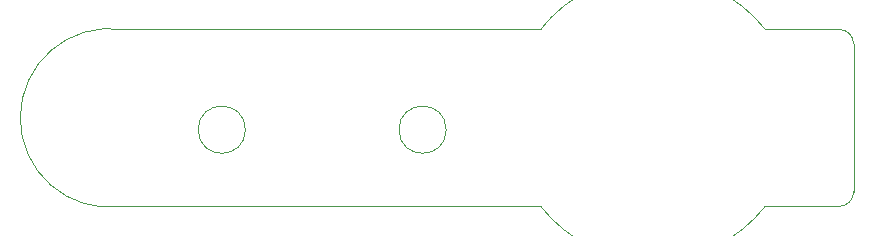
<source format=gbr>
%TF.GenerationSoftware,KiCad,Pcbnew,8.0.1*%
%TF.CreationDate,2024-08-08T16:42:16+02:00*%
%TF.ProjectId,LED torch,4c454420-746f-4726-9368-2e6b69636164,1*%
%TF.SameCoordinates,Original*%
%TF.FileFunction,Profile,NP*%
%FSLAX46Y46*%
G04 Gerber Fmt 4.6, Leading zero omitted, Abs format (unit mm)*
G04 Created by KiCad (PCBNEW 8.0.1) date 2024-08-08 16:42:16*
%MOMM*%
%LPD*%
G01*
G04 APERTURE LIST*
%TA.AperFunction,Profile*%
%ADD10C,0.050000*%
%TD*%
G04 APERTURE END LIST*
D10*
X176000000Y-78750000D02*
G75*
G02*
X174750000Y-80000000I-1250000J0D01*
G01*
X174750000Y-65000000D02*
G75*
G02*
X176000000Y-66250000I0J-1250000D01*
G01*
X174750000Y-80000000D02*
X168500000Y-80000000D01*
X168500000Y-65000000D02*
X174750000Y-65000000D01*
X168500000Y-80000000D02*
G75*
G02*
X149500000Y-80000000I-9500000J7500000D01*
G01*
X149500000Y-65000000D02*
G75*
G02*
X168500000Y-65000000I9500000J-7500000D01*
G01*
X114000000Y-79999998D02*
G75*
G02*
X114070047Y-65009675I-1000000J7499998D01*
G01*
X141500000Y-73500000D02*
G75*
G02*
X137500000Y-73500000I-2000000J0D01*
G01*
X137500000Y-73500000D02*
G75*
G02*
X141500000Y-73500000I2000000J0D01*
G01*
X124500000Y-73500000D02*
G75*
G02*
X120500000Y-73500000I-2000000J0D01*
G01*
X120500000Y-73500000D02*
G75*
G02*
X124500000Y-73500000I2000000J0D01*
G01*
X176000000Y-78750000D02*
X176000000Y-66250000D01*
X114000000Y-79999999D02*
X149500000Y-80000000D01*
X149500000Y-65000000D02*
X114070047Y-65009674D01*
M02*

</source>
